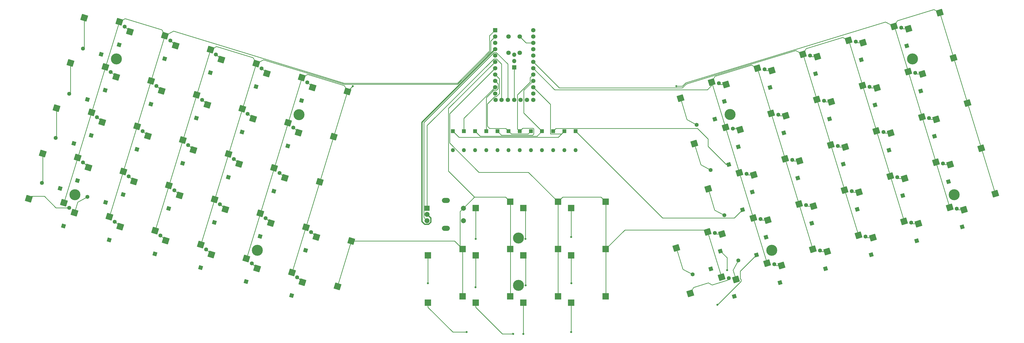
<source format=gbl>
G04 #@! TF.GenerationSoftware,KiCad,Pcbnew,8.0.6*
G04 #@! TF.CreationDate,2024-10-28T13:20:39+01:00*
G04 #@! TF.ProjectId,pteranodon,70746572-616e-46f6-946f-6e2e6b696361,rev?*
G04 #@! TF.SameCoordinates,Original*
G04 #@! TF.FileFunction,Copper,L2,Bot*
G04 #@! TF.FilePolarity,Positive*
%FSLAX46Y46*%
G04 Gerber Fmt 4.6, Leading zero omitted, Abs format (unit mm)*
G04 Created by KiCad (PCBNEW 8.0.6) date 2024-10-28 13:20:39*
%MOMM*%
%LPD*%
G01*
G04 APERTURE LIST*
G04 Aperture macros list*
%AMHorizOval*
0 Thick line with rounded ends*
0 $1 width*
0 $2 $3 position (X,Y) of the first rounded end (center of the circle)*
0 $4 $5 position (X,Y) of the second rounded end (center of the circle)*
0 Add line between two ends*
20,1,$1,$2,$3,$4,$5,0*
0 Add two circle primitives to create the rounded ends*
1,1,$1,$2,$3*
1,1,$1,$4,$5*%
%AMRotRect*
0 Rectangle, with rotation*
0 The origin of the aperture is its center*
0 $1 length*
0 $2 width*
0 $3 Rotation angle, in degrees counterclockwise*
0 Add horizontal line*
21,1,$1,$2,0,0,$3*%
G04 Aperture macros list end*
G04 #@! TA.AperFunction,ComponentPad*
%ADD10R,1.600000X1.600000*%
G04 #@! TD*
G04 #@! TA.AperFunction,ComponentPad*
%ADD11O,1.600000X1.600000*%
G04 #@! TD*
G04 #@! TA.AperFunction,ComponentPad*
%ADD12RotRect,1.600000X1.600000X73.000000*%
G04 #@! TD*
G04 #@! TA.AperFunction,ComponentPad*
%ADD13HorizOval,1.600000X0.000000X0.000000X0.000000X0.000000X0*%
G04 #@! TD*
G04 #@! TA.AperFunction,ComponentPad*
%ADD14RotRect,1.600000X1.600000X197.000000*%
G04 #@! TD*
G04 #@! TA.AperFunction,ComponentPad*
%ADD15HorizOval,1.600000X0.000000X0.000000X0.000000X0.000000X0*%
G04 #@! TD*
G04 #@! TA.AperFunction,ComponentPad*
%ADD16RotRect,1.600000X1.600000X107.000000*%
G04 #@! TD*
G04 #@! TA.AperFunction,ComponentPad*
%ADD17HorizOval,1.600000X0.000000X0.000000X0.000000X0.000000X0*%
G04 #@! TD*
G04 #@! TA.AperFunction,ComponentPad*
%ADD18RotRect,1.600000X1.600000X163.000000*%
G04 #@! TD*
G04 #@! TA.AperFunction,ComponentPad*
%ADD19HorizOval,1.600000X0.000000X0.000000X0.000000X0.000000X0*%
G04 #@! TD*
G04 #@! TA.AperFunction,WasherPad*
%ADD20O,3.200000X2.000000*%
G04 #@! TD*
G04 #@! TA.AperFunction,ComponentPad*
%ADD21R,2.000000X2.000000*%
G04 #@! TD*
G04 #@! TA.AperFunction,ComponentPad*
%ADD22C,2.000000*%
G04 #@! TD*
G04 #@! TA.AperFunction,ComponentPad*
%ADD23R,1.752600X1.752600*%
G04 #@! TD*
G04 #@! TA.AperFunction,ComponentPad*
%ADD24C,1.752600*%
G04 #@! TD*
G04 #@! TA.AperFunction,SMDPad,CuDef*
%ADD25R,2.550000X2.500000*%
G04 #@! TD*
G04 #@! TA.AperFunction,SMDPad,CuDef*
%ADD26RotRect,2.550000X2.500000X17.000000*%
G04 #@! TD*
G04 #@! TA.AperFunction,SMDPad,CuDef*
%ADD27RotRect,2.550000X2.500000X343.000000*%
G04 #@! TD*
G04 #@! TA.AperFunction,ComponentPad*
%ADD28C,4.400000*%
G04 #@! TD*
G04 #@! TA.AperFunction,ComponentPad*
%ADD29R,1.700000X1.700000*%
G04 #@! TD*
G04 #@! TA.AperFunction,ComponentPad*
%ADD30O,1.700000X1.700000*%
G04 #@! TD*
G04 #@! TA.AperFunction,ComponentPad*
%ADD31C,1.800000*%
G04 #@! TD*
G04 #@! TA.AperFunction,ViaPad*
%ADD32C,0.800000*%
G04 #@! TD*
G04 #@! TA.AperFunction,Conductor*
%ADD33C,0.250000*%
G04 #@! TD*
G04 #@! TA.AperFunction,Conductor*
%ADD34C,0.508000*%
G04 #@! TD*
G04 APERTURE END LIST*
D10*
X234071897Y-137049778D03*
D11*
X234071897Y-144669778D03*
D12*
X69703701Y-108032481D03*
D13*
X71931573Y-100745439D03*
D10*
X211753713Y-137049778D03*
D11*
X211753713Y-144669778D03*
D12*
X124494226Y-124783623D03*
D13*
X126722098Y-117496581D03*
D12*
X120489315Y-202916747D03*
D13*
X122717187Y-195629705D03*
D14*
X295395408Y-150375921D03*
D15*
X288108366Y-152603793D03*
D16*
X310308740Y-179559623D03*
D17*
X308080868Y-172272581D03*
D12*
X29252105Y-175022733D03*
D13*
X31479977Y-167735691D03*
D12*
X40346150Y-138735747D03*
D13*
X42574022Y-131448705D03*
D16*
X323006481Y-155838145D03*
D17*
X320778609Y-148551103D03*
D12*
X87967208Y-113616194D03*
D13*
X90195080Y-106329152D03*
D16*
X383287797Y-157247684D03*
D17*
X381059925Y-149960642D03*
D10*
X220680985Y-137049778D03*
D11*
X220680985Y-144669778D03*
D12*
X102306137Y-197357591D03*
D13*
X104534009Y-190070549D03*
D16*
X388834819Y-175391177D03*
D17*
X386606947Y-168104135D03*
D16*
X330157203Y-113973179D03*
D17*
X327929331Y-106686137D03*
D12*
X58609657Y-144319464D03*
D13*
X60837529Y-137032422D03*
D18*
X44292385Y-106199067D03*
D19*
X37005343Y-103971195D03*
D16*
X366646732Y-102817210D03*
D17*
X364418860Y-95530168D03*
D16*
X315855763Y-197703114D03*
D17*
X313627891Y-190416072D03*
D16*
X335704226Y-132116671D03*
D17*
X333476354Y-124829629D03*
D10*
X189435533Y-137049778D03*
D11*
X189435533Y-144669778D03*
D16*
X352345291Y-186547147D03*
D17*
X350117419Y-179260105D03*
D16*
X304761719Y-161416131D03*
D17*
X302533847Y-154129089D03*
D16*
X341251248Y-150260163D03*
D17*
X339023376Y-142973121D03*
D16*
X311912438Y-119551163D03*
D17*
X309684566Y-112264121D03*
D10*
X229608257Y-137049778D03*
D11*
X229608257Y-144669778D03*
D10*
X184971897Y-137049779D03*
D11*
X184971897Y-144669779D03*
D16*
X317459461Y-137694655D03*
D17*
X315231589Y-130407613D03*
D12*
X106230719Y-119199909D03*
D13*
X108458591Y-111912867D03*
D16*
X299214695Y-143272640D03*
D17*
X296986823Y-135985598D03*
D16*
X372193755Y-120960702D03*
D17*
X369965883Y-113673660D03*
D18*
X33350740Y-141987577D03*
D19*
X26063698Y-139759705D03*
D18*
X38753769Y-124315065D03*
D19*
X31466727Y-122087193D03*
D16*
X365043034Y-162825670D03*
D17*
X362815162Y-155538628D03*
D12*
X113400181Y-161070606D03*
D13*
X115628053Y-153783564D03*
D16*
X377740775Y-139104192D03*
D17*
X375512903Y-131817150D03*
D16*
X359496011Y-144682179D03*
D17*
X357268139Y-137395137D03*
D12*
X82420186Y-131759685D03*
D13*
X84648058Y-124472643D03*
D16*
X292054603Y-185140472D03*
D17*
X289826731Y-177853430D03*
D14*
X289848386Y-132232429D03*
D15*
X282561344Y-134460301D03*
D16*
X328553503Y-173981638D03*
D17*
X326325631Y-166694596D03*
D12*
X118947205Y-142927115D03*
D13*
X121175077Y-135640073D03*
D16*
X370590057Y-180969161D03*
D17*
X368362185Y-173682119D03*
D16*
X297601624Y-203283964D03*
D17*
X295373752Y-195996922D03*
D12*
X65779120Y-186190163D03*
D13*
X68006992Y-178903121D03*
D10*
X225144621Y-137049779D03*
D11*
X225144621Y-144669779D03*
D12*
X84042629Y-191773875D03*
D13*
X86270501Y-184486833D03*
D12*
X47515614Y-180606445D03*
D13*
X49743486Y-173319403D03*
D12*
X95136671Y-155486892D03*
D13*
X97364543Y-148199850D03*
D18*
X46100114Y-165607201D03*
D19*
X38813072Y-163379329D03*
D10*
X202826441Y-137049779D03*
D11*
X202826441Y-144669779D03*
D12*
X107853157Y-179214099D03*
D13*
X110081029Y-171927057D03*
D10*
X198362805Y-137049778D03*
D11*
X198362805Y-144669778D03*
D16*
X346798268Y-168403655D03*
D17*
X344570396Y-161116613D03*
D12*
X100683695Y-137343400D03*
D13*
X102911567Y-130056358D03*
D16*
X334100527Y-192125132D03*
D17*
X331872655Y-184838090D03*
D12*
X64156679Y-126175971D03*
D13*
X66384551Y-118888929D03*
D10*
X193899169Y-137049778D03*
D11*
X193899169Y-144669778D03*
D12*
X51440194Y-102448763D03*
D13*
X53668066Y-95161721D03*
D14*
X300942431Y-168519413D03*
D15*
X293655389Y-170747285D03*
D12*
X53062635Y-162462953D03*
D13*
X55290507Y-155175911D03*
D18*
X27836609Y-160023485D03*
D19*
X20549567Y-157795613D03*
D10*
X207290077Y-137049778D03*
D11*
X207290077Y-144669778D03*
D16*
X353948989Y-126538687D03*
D17*
X351721117Y-119251645D03*
D12*
X89589651Y-173630383D03*
D13*
X91817523Y-166343341D03*
D12*
X126036339Y-184773254D03*
D13*
X128264211Y-177486212D03*
D16*
X348401966Y-108395195D03*
D17*
X346174094Y-101108153D03*
D14*
X306489453Y-186662905D03*
D15*
X299202411Y-188890777D03*
D10*
X216217349Y-137049778D03*
D11*
X216217349Y-144669778D03*
D12*
X34799125Y-156879240D03*
D13*
X37026997Y-149592198D03*
D12*
X45893172Y-120592255D03*
D13*
X48121044Y-113305213D03*
D14*
X288225943Y-192246617D03*
D15*
X280938901Y-194474489D03*
D16*
X293667673Y-125129149D03*
D17*
X291439801Y-117842107D03*
D12*
X76873165Y-149903177D03*
D13*
X79101037Y-142616135D03*
D12*
X71326142Y-168046669D03*
D13*
X73554014Y-160759627D03*
D20*
X182201522Y-176017278D03*
X182201522Y-164817278D03*
D21*
X174701522Y-167917278D03*
D22*
X174701522Y-172917278D03*
X174701522Y-170417278D03*
X189201522Y-172917278D03*
X189201522Y-167917278D03*
D23*
X201899118Y-96559778D03*
D24*
X201899118Y-99099778D03*
X201899118Y-101639778D03*
X201899118Y-104179778D03*
X201899118Y-106719778D03*
X201899118Y-109259778D03*
X201899118Y-111799778D03*
X201899118Y-114339778D03*
X201899118Y-116879778D03*
X201899118Y-119419778D03*
X201899118Y-121959778D03*
X217139118Y-124499778D03*
X217139118Y-121959778D03*
X217139118Y-119419778D03*
X217139118Y-116879778D03*
X217139118Y-114339778D03*
X217139118Y-111799778D03*
X217139118Y-109259778D03*
X217139118Y-106719778D03*
X217139118Y-104179778D03*
X217139118Y-101639778D03*
X217139118Y-99099778D03*
X202127718Y-124499778D03*
X217139118Y-96559778D03*
X214599118Y-124499778D03*
X212059118Y-124499778D03*
X209519118Y-124499778D03*
X206979118Y-124499778D03*
X204439118Y-124499778D03*
D25*
X246170521Y-165337278D03*
X232320521Y-167877278D03*
X246170522Y-203282278D03*
X232320522Y-205822278D03*
D26*
X292493099Y-195549600D03*
X279990902Y-202027962D03*
D27*
X119037043Y-133658381D03*
X105049598Y-132038047D03*
D26*
X323473092Y-166238679D03*
X310970895Y-172717041D03*
D27*
X95226514Y-146218159D03*
X81239069Y-144597825D03*
X142847575Y-121098607D03*
X128860130Y-119478273D03*
D26*
X286946075Y-177406108D03*
X274443878Y-183884470D03*
D27*
X113490021Y-151801873D03*
X99502576Y-150181539D03*
X53152472Y-153194222D03*
X39165027Y-151573888D03*
D26*
X312379049Y-129951695D03*
X299876852Y-136430057D03*
X305209585Y-171822392D03*
X292707388Y-178300754D03*
D27*
X88057049Y-104347460D03*
X74069604Y-102727126D03*
X34888966Y-147610506D03*
X20901521Y-145990172D03*
D26*
X361547576Y-95079980D03*
X349045379Y-101558342D03*
X310756607Y-189965883D03*
X298254410Y-196444245D03*
X396433407Y-143932472D03*
X383931210Y-150410834D03*
D25*
X227072523Y-203282278D03*
X213222523Y-205822278D03*
D27*
X40435988Y-129467015D03*
X26448543Y-127846681D03*
D25*
X207974522Y-184309778D03*
X194124522Y-186849778D03*
D26*
X325058046Y-106235949D03*
X312555849Y-112714311D03*
D27*
X124584066Y-115514890D03*
X110596621Y-113894556D03*
D26*
X317926071Y-148095186D03*
X305423874Y-154573548D03*
D27*
X45983009Y-111323523D03*
X31995564Y-109703189D03*
X138829274Y-199227636D03*
X124841829Y-197607302D03*
D26*
X401980428Y-162075963D03*
X389478231Y-168554325D03*
D27*
X131753528Y-157385588D03*
X117766083Y-155765254D03*
X58699496Y-135050730D03*
X44712051Y-133430396D03*
D26*
X299662563Y-153678900D03*
X287160366Y-160157262D03*
D27*
X65868960Y-176921430D03*
X51881515Y-175301096D03*
D26*
X360000107Y-155071248D03*
X347497910Y-161549610D03*
X379792340Y-89501996D03*
X367290143Y-95980358D03*
X330642557Y-124367979D03*
X318140360Y-130846341D03*
D27*
X107943000Y-169945367D03*
X93955555Y-168325033D03*
D25*
X227072521Y-165337278D03*
X213222521Y-167877278D03*
D27*
X100773535Y-128074669D03*
X86786090Y-126454335D03*
X126206508Y-175529080D03*
X112219063Y-173908746D03*
D25*
X246170521Y-184309778D03*
X232320521Y-186849778D03*
D26*
X390886386Y-125788979D03*
X378384189Y-132267341D03*
X343302810Y-100657965D03*
X330800613Y-107136327D03*
X288568517Y-117391917D03*
X276066320Y-123870279D03*
D27*
X82510029Y-122490953D03*
X68522584Y-120870619D03*
D25*
X207974522Y-203282278D03*
X194124522Y-205822278D03*
D26*
X347283623Y-178798456D03*
X334781426Y-185276818D03*
D27*
X29341945Y-165753998D03*
X15354500Y-164133664D03*
D26*
X365547131Y-173214740D03*
X353044934Y-179693102D03*
D27*
X76963007Y-140634444D03*
X62975562Y-139014110D03*
D26*
X367169573Y-113200549D03*
X354667376Y-119678911D03*
D27*
X144376300Y-181084143D03*
X130388855Y-179463809D03*
X47605452Y-171337713D03*
X33618007Y-169717379D03*
X120659486Y-193672572D03*
X106672041Y-192052238D03*
D26*
X306813282Y-111813932D03*
X294311085Y-118292294D03*
D27*
X84132471Y-182505143D03*
X70145026Y-180884809D03*
X102395978Y-188088859D03*
X88408533Y-186468525D03*
D25*
X227072521Y-184309778D03*
X213222521Y-186849778D03*
X188876522Y-203282278D03*
X175026522Y-205822278D03*
D26*
X378263618Y-149487533D03*
X365761421Y-155965895D03*
X383810640Y-167631024D03*
X371308443Y-174109386D03*
X329020113Y-184382171D03*
X316517916Y-190860533D03*
D25*
X207974522Y-165337278D03*
X194124522Y-167877278D03*
X188876522Y-184309779D03*
X175026522Y-186849779D03*
D26*
X372716593Y-131344040D03*
X360214396Y-137822402D03*
D27*
X89679493Y-164361652D03*
X75692048Y-162741318D03*
X51530033Y-93180032D03*
X37542588Y-91559698D03*
D26*
X348906064Y-118784264D03*
X336403867Y-125262626D03*
D27*
X69793543Y-98763746D03*
X55806098Y-97143412D03*
D26*
X354453086Y-136927755D03*
X341950889Y-143406117D03*
D27*
X64246521Y-116907238D03*
X50259076Y-115286904D03*
D26*
X385339364Y-107645487D03*
X372837167Y-114123849D03*
X341736599Y-160654963D03*
X329234402Y-167133325D03*
D27*
X137300553Y-139242099D03*
X123313108Y-137621765D03*
X106320558Y-109931177D03*
X92333113Y-108310843D03*
D26*
X294115539Y-135535409D03*
X281613342Y-142013771D03*
D27*
X71415983Y-158777936D03*
X57428538Y-157157602D03*
D26*
X336189578Y-142511472D03*
X323687381Y-148989834D03*
D28*
X211233521Y-198876028D03*
X211233521Y-179903528D03*
X123441904Y-130397503D03*
X50387870Y-108062644D03*
X33746803Y-162493119D03*
X106800838Y-184827978D03*
X368913559Y-108059780D03*
X295934502Y-130371717D03*
D29*
X209519118Y-111484778D03*
D30*
X209519118Y-108944778D03*
X209519118Y-106404778D03*
D31*
X211769118Y-99109779D03*
X207269118Y-105609779D03*
X207269118Y-99109779D03*
X211769118Y-105609779D03*
D28*
X385554626Y-162490255D03*
X312575568Y-184802193D03*
D32*
X214130000Y-198830000D03*
X214020000Y-180210000D03*
X144949522Y-119007675D03*
X274424522Y-118984778D03*
X194134522Y-180199778D03*
X232314522Y-179464778D03*
X175024522Y-197989778D03*
X194094522Y-199569779D03*
X232444522Y-198009779D03*
X190499522Y-217559779D03*
X209099521Y-218284778D03*
X213184522Y-218279778D03*
X232294522Y-217559778D03*
X294699521Y-192759779D03*
X290849522Y-206609778D03*
D33*
X214130000Y-187757257D02*
X214130000Y-198830000D01*
X213222521Y-186849778D02*
X214130000Y-187757257D01*
X214020000Y-168674757D02*
X214020000Y-180210000D01*
X213222521Y-167877278D02*
X214020000Y-168674757D01*
X29361800Y-165743442D02*
X29341944Y-165753998D01*
X51530035Y-93180031D02*
X53871303Y-91935157D01*
X53871303Y-91935157D02*
X68548667Y-96422478D01*
X201899117Y-96735182D02*
X201899117Y-96559779D01*
X69793543Y-98763747D02*
X73258618Y-96921333D01*
X69793543Y-98763747D02*
X69804097Y-98783599D01*
X131306690Y-114668409D02*
X141510463Y-117788017D01*
X141510463Y-117788017D02*
X186835654Y-117788017D01*
X47625308Y-171327157D02*
X47605451Y-171337714D01*
X51530035Y-93180031D02*
X51540591Y-93199884D01*
X68548667Y-96422478D02*
X69793543Y-98763747D01*
X51540591Y-93199884D02*
X29361800Y-165743442D01*
X73258618Y-96921333D02*
X131306690Y-114668409D01*
X186835654Y-117788017D02*
X199674521Y-104949149D01*
X199674522Y-98784374D02*
X201899117Y-96559779D01*
X199674521Y-104949149D02*
X199674522Y-98784374D01*
X69804097Y-98783599D02*
X47625308Y-171327157D01*
X133489382Y-115806285D02*
X141589283Y-118282675D01*
X88057049Y-104347461D02*
X88067606Y-104367315D01*
X200124522Y-105135544D02*
X200124522Y-100874375D01*
X88067606Y-104367315D02*
X65888814Y-176910871D01*
X105075683Y-107589907D02*
X106320557Y-109931178D01*
X84152322Y-182494588D02*
X84132471Y-182505145D01*
X186977391Y-118282676D02*
X200124522Y-105135544D01*
X65888814Y-176910871D02*
X65868960Y-176921429D01*
X88057049Y-104347461D02*
X90398317Y-103102587D01*
X200124522Y-100874375D02*
X201899118Y-99099779D01*
X90398317Y-103102587D02*
X105075683Y-107589907D01*
X109223731Y-108387531D02*
X133489382Y-115806285D01*
X106320557Y-109931178D02*
X109223731Y-108387531D01*
X106331115Y-109951032D02*
X84152322Y-182494588D01*
X141589283Y-118282675D02*
X186977391Y-118282676D01*
X106320557Y-109931178D02*
X106331115Y-109951032D01*
X142858132Y-121118460D02*
X120679340Y-193662016D01*
X143758745Y-122009778D02*
X142847575Y-121098607D01*
X124594622Y-115534745D02*
X102415831Y-188078303D01*
X141602701Y-118757338D02*
X142847576Y-121098608D01*
X144938506Y-119007675D02*
X144949522Y-119007675D01*
X126925333Y-114270016D02*
X141602701Y-118757338D01*
X124584065Y-115514889D02*
X124594622Y-115534745D01*
X142847575Y-121098607D02*
X144938506Y-119007675D01*
X142847576Y-121098608D02*
X142858132Y-121118460D01*
X120679340Y-193662016D02*
X120659486Y-193672572D01*
X124584065Y-115514889D02*
X126925333Y-114270016D01*
X102415831Y-188078303D02*
X102395977Y-188088858D01*
X189201522Y-167917278D02*
X187876522Y-169242278D01*
X193656522Y-163462278D02*
X193844522Y-163462279D01*
X207990422Y-203266379D02*
X207974522Y-203282278D01*
X187876522Y-183309778D02*
X188876522Y-184309778D01*
X138849132Y-199217078D02*
X138829276Y-199227635D01*
X183249521Y-153055279D02*
X183249521Y-127909374D01*
X144386856Y-181103998D02*
X138849132Y-199217078D01*
X188892421Y-184325678D02*
X188892422Y-203266378D01*
X183249521Y-127909374D02*
X201899118Y-109259778D01*
X207990422Y-165353179D02*
X207990422Y-203266379D01*
X193656522Y-163462278D02*
X183249521Y-153055279D01*
X189201522Y-167917278D02*
X193656522Y-163462278D01*
X193844522Y-163462279D02*
X206099522Y-163462278D01*
X206099522Y-163462278D02*
X207974521Y-165337278D01*
X185650887Y-181084143D02*
X188876522Y-184309778D01*
X144376300Y-181084145D02*
X144386856Y-181103998D01*
X188876522Y-184309778D02*
X188892421Y-184325678D01*
X207974521Y-165337278D02*
X207990422Y-165353179D01*
X188892422Y-203266378D02*
X188876522Y-203282278D01*
X144376300Y-181084145D02*
X185650887Y-181084143D01*
X187876522Y-169242278D02*
X187876522Y-183309778D01*
X246186421Y-203266378D02*
X246170521Y-203282279D01*
X227072522Y-165337278D02*
X227088422Y-165353178D01*
X286946075Y-177406107D02*
X286965928Y-177416665D01*
X215245021Y-153509778D02*
X227072522Y-165337278D01*
X286167470Y-176627504D02*
X286946076Y-177406108D01*
X195402888Y-153509779D02*
X215245021Y-153509778D01*
X246186422Y-165353178D02*
X246186421Y-203266378D01*
X227072522Y-165337278D02*
X228947522Y-163462279D01*
X227088422Y-203266378D02*
X227072522Y-203282278D01*
X227088422Y-165353178D02*
X227088422Y-203266378D01*
X183699521Y-129999374D02*
X183699522Y-141806412D01*
X201899118Y-111799779D02*
X183699521Y-129999374D01*
X244295521Y-163462278D02*
X246170522Y-165337279D01*
X246170522Y-165337279D02*
X246186422Y-165353178D01*
X286965928Y-177416665D02*
X292503653Y-195529746D01*
X292503653Y-195529746D02*
X292493099Y-195549599D01*
X246170522Y-184309779D02*
X253852798Y-176627502D01*
X253852798Y-176627502D02*
X286167470Y-176627504D01*
X183699522Y-141806412D02*
X195402888Y-153509779D01*
X228947522Y-163462279D02*
X244295521Y-163462278D01*
X288568516Y-117391917D02*
X288588370Y-117402474D01*
X306813281Y-111813931D02*
X304472014Y-110569057D01*
X329030671Y-184362314D02*
X329020113Y-184382170D01*
X225749118Y-120409778D02*
X217139118Y-111799778D01*
X288568516Y-117391917D02*
X288568517Y-118699032D01*
X306813281Y-111813931D02*
X306857610Y-111837501D01*
X286857770Y-120409779D02*
X225749118Y-120409778D01*
X304472014Y-110569057D02*
X289813391Y-115050647D01*
X288568517Y-118699032D02*
X286857770Y-120409779D01*
X289813391Y-115050647D02*
X288568516Y-117391917D01*
X306857610Y-111837501D02*
X329030671Y-184362314D01*
X288588370Y-117402474D02*
X310767162Y-189946031D01*
X310767162Y-189946031D02*
X310756606Y-189965885D01*
X322154872Y-104692304D02*
X295744198Y-112766857D01*
X227589118Y-119709778D02*
X217139118Y-109259778D01*
X326302921Y-103894680D02*
X325058045Y-106235948D01*
X343396088Y-100707560D02*
X365557688Y-173194886D01*
X340961542Y-99413090D02*
X326302921Y-103894680D01*
X343302811Y-100657964D02*
X343396088Y-100707560D01*
X278457311Y-118051988D02*
X276799522Y-119709779D01*
X325058046Y-106235948D02*
X322154872Y-104692304D01*
X325126850Y-106272531D02*
X347294178Y-178778600D01*
X295744195Y-112766858D02*
X289512100Y-114672200D01*
X325058045Y-106235948D02*
X325126850Y-106272531D01*
X276799522Y-119709779D02*
X227589118Y-119709778D01*
X347294178Y-178778600D02*
X347283621Y-178798456D01*
X289512098Y-114672201D02*
X278457311Y-118051988D01*
X343302811Y-100657964D02*
X340961542Y-99413090D01*
X289512100Y-114672200D02*
X289512098Y-114672201D01*
X295744198Y-112766857D02*
X295744195Y-112766858D01*
X365557688Y-173194886D02*
X365547130Y-173214741D01*
X401990986Y-162056109D02*
X401980429Y-162075963D01*
X274424522Y-118984778D02*
X276888126Y-118984778D01*
X383821196Y-167611170D02*
X383810638Y-167631024D01*
X361665327Y-95142587D02*
X383821196Y-167611170D01*
X276888126Y-118971637D02*
X278199521Y-117660241D01*
X377451072Y-88257119D02*
X362792450Y-92738711D01*
X276888126Y-118984778D02*
X276888126Y-118971637D01*
X310712682Y-107719971D02*
X278199521Y-117660241D01*
X379792339Y-89501995D02*
X377451072Y-88257119D01*
X362792450Y-92738711D02*
X361547575Y-95079978D01*
X361547575Y-95079978D02*
X361665327Y-95142587D01*
X379812193Y-89512550D02*
X401990986Y-162056109D01*
X379792339Y-89501995D02*
X379812193Y-89512550D01*
X358082499Y-93237565D02*
X310712682Y-107719971D01*
X361547576Y-95079978D02*
X358082499Y-93237565D01*
X268894404Y-171872286D02*
X297589559Y-171872286D01*
X189435533Y-131883363D02*
X201899117Y-119419778D01*
X234071897Y-137049778D02*
X268894404Y-171872286D01*
X189435533Y-137049778D02*
X189435533Y-131883363D01*
X297589559Y-171872286D02*
X300942431Y-168519413D01*
X174701522Y-167917278D02*
X174701522Y-134758480D01*
X174701522Y-134758480D02*
X201401523Y-108058478D01*
X204439118Y-110074374D02*
X204439118Y-124499779D01*
X201401523Y-108058478D02*
X202423222Y-108058478D01*
X202423222Y-108058478D02*
X204439118Y-110074374D01*
X202396713Y-105518478D02*
X206979118Y-110100883D01*
X201401523Y-105518478D02*
X202396713Y-105518478D01*
X173376522Y-133543479D02*
X201401523Y-105518478D01*
X174701522Y-172917279D02*
X173376521Y-171592278D01*
X173376521Y-171592278D02*
X173376522Y-133543479D01*
X206979118Y-110100883D02*
X206979118Y-124499779D01*
X297134261Y-192780403D02*
X299202410Y-188890777D01*
X298254410Y-196444245D02*
X297134261Y-192780403D01*
X209519118Y-111484778D02*
X209519118Y-124499779D01*
D34*
X176155522Y-173519545D02*
X175303789Y-174371278D01*
X173711021Y-174371279D02*
X172599522Y-173259779D01*
X176155522Y-171871278D02*
X176155522Y-173519545D01*
X175303789Y-174371278D02*
X173711021Y-174371279D01*
X172599522Y-133479374D02*
X201899118Y-104179778D01*
X172599522Y-173259779D02*
X172599522Y-133479374D01*
X174701522Y-170417279D02*
X176155522Y-171871278D01*
D33*
X215937818Y-115541078D02*
X215937817Y-117377373D01*
X215937817Y-117377373D02*
X210857818Y-122457373D01*
X216892349Y-138624778D02*
X217349522Y-138167605D01*
X212968713Y-135834778D02*
X211753713Y-137049778D01*
X217349522Y-138167605D02*
X217349522Y-136059778D01*
X204401441Y-138624779D02*
X216892349Y-138624778D01*
X217139118Y-114339778D02*
X215937818Y-115541078D01*
X202826441Y-137049779D02*
X204401441Y-138624779D01*
X217124522Y-135834778D02*
X212968713Y-135834778D01*
X217349522Y-136059778D02*
X217124522Y-135834778D01*
X210857818Y-122457373D02*
X210857817Y-136153883D01*
X210857817Y-136153883D02*
X211753713Y-137049778D01*
X207290077Y-137049778D02*
X206165077Y-135924778D01*
X198812805Y-135048061D02*
X198812805Y-126115797D01*
X206165077Y-135924778D02*
X199689522Y-135924778D01*
X203599522Y-121958269D02*
X203599522Y-116040183D01*
X199689522Y-135924778D02*
X198812805Y-135048061D01*
X216217349Y-137049778D02*
X215092349Y-138174778D01*
X202396713Y-123161078D02*
X203599522Y-121958269D01*
X201767523Y-123161079D02*
X202396713Y-123161078D01*
X208415077Y-138174778D02*
X207290077Y-137049778D01*
X198812805Y-126115797D02*
X201767523Y-123161079D01*
X203599522Y-116040183D02*
X201899118Y-114339779D01*
X215092349Y-138174778D02*
X208415077Y-138174778D01*
X365761420Y-155965897D02*
X363242428Y-155965897D01*
X363242428Y-155965897D02*
X362815162Y-155538631D01*
X201334214Y-120621079D02*
X202438222Y-120621078D01*
X203100418Y-118081078D02*
X201899117Y-116879778D01*
X225144621Y-137049779D02*
X226269621Y-135924778D01*
X282858537Y-135924778D02*
X287124522Y-140190764D01*
X287124521Y-143121477D02*
X294378965Y-150375921D01*
X287124522Y-140190764D02*
X287124521Y-143121477D01*
X198362805Y-123592487D02*
X201334214Y-120621079D01*
X202438222Y-120621078D02*
X203100417Y-119958883D01*
X226269621Y-135924778D02*
X282858537Y-135924778D01*
X203100417Y-119958883D02*
X203100418Y-118081078D01*
X294378965Y-150375921D02*
X295395408Y-150375921D01*
X198362805Y-137049778D02*
X198362805Y-123592487D01*
X187446897Y-139524778D02*
X227133257Y-139524780D01*
X224019621Y-126300281D02*
X217139118Y-119419778D01*
X229608257Y-137049778D02*
X228483257Y-138174778D01*
X184971897Y-137049779D02*
X187446897Y-139524778D01*
X224019621Y-138174778D02*
X224019621Y-126300281D01*
X228483257Y-138174778D02*
X224019621Y-138174778D01*
X227133257Y-139524780D02*
X229608257Y-137049778D01*
X37542590Y-103433949D02*
X37005343Y-103971194D01*
X37542590Y-91559697D02*
X37542590Y-103433949D01*
X55806098Y-97143411D02*
X53824406Y-95161723D01*
X53824406Y-95161723D02*
X53668064Y-95161723D01*
X74069605Y-102727128D02*
X72087915Y-100745437D01*
X72087915Y-100745437D02*
X71931572Y-100745437D01*
X90351422Y-106329152D02*
X90195081Y-106329150D01*
X92333112Y-108310841D02*
X90351422Y-106329152D01*
X110596621Y-113894556D02*
X108614930Y-111912868D01*
X108614930Y-111912868D02*
X108458591Y-111912867D01*
X126878438Y-117496581D02*
X126722099Y-117496581D01*
X128860130Y-119478273D02*
X126878438Y-117496581D01*
X194124522Y-180189779D02*
X194134522Y-180199778D01*
X194124521Y-167877278D02*
X194124522Y-180189779D01*
X232320522Y-167877278D02*
X232320522Y-179458778D01*
X232320522Y-179458778D02*
X232314522Y-179464778D01*
X278671717Y-132392150D02*
X282561345Y-134460302D01*
X276066319Y-123870280D02*
X278671717Y-132392150D01*
X291889989Y-118292293D02*
X291439802Y-117842106D01*
X294311086Y-118292293D02*
X291889989Y-118292293D01*
X312555850Y-112714310D02*
X310134755Y-112714310D01*
X310134755Y-112714310D02*
X309684566Y-112264121D01*
X330800613Y-107136327D02*
X328379521Y-107136326D01*
X328379521Y-107136326D02*
X327929330Y-106686137D01*
X346624283Y-101558340D02*
X346174096Y-101108153D01*
X349045380Y-101558340D02*
X346624283Y-101558340D01*
X364869048Y-95980357D02*
X364418860Y-95530168D01*
X367290143Y-95980357D02*
X364869048Y-95980357D01*
X31995566Y-121558357D02*
X31466728Y-122087197D01*
X31995565Y-109703188D02*
X31995566Y-121558357D01*
X48277385Y-113305215D02*
X48121043Y-113305215D01*
X50259076Y-115286903D02*
X48277385Y-113305215D01*
X66540893Y-118888927D02*
X66384550Y-118888929D01*
X68522584Y-120870619D02*
X66540893Y-118888927D01*
X86786091Y-126454335D02*
X84804399Y-124472644D01*
X84804399Y-124472644D02*
X84648058Y-124472642D01*
X105049599Y-132038047D02*
X103067909Y-130056359D01*
X103067909Y-130056359D02*
X102911567Y-130056359D01*
X123313108Y-137621763D02*
X121331417Y-135640074D01*
X121331417Y-135640074D02*
X121175077Y-135640073D01*
X175026522Y-197987779D02*
X175024522Y-197989778D01*
X175026522Y-186849778D02*
X175026522Y-197987779D01*
X194094522Y-199569779D02*
X194124522Y-199539779D01*
X194124522Y-199539779D02*
X194124522Y-186849778D01*
X232320521Y-197885778D02*
X232444522Y-198009779D01*
X232320522Y-186849779D02*
X232320521Y-197885778D01*
X281613343Y-142013771D02*
X284218739Y-150535641D01*
X284218739Y-150535641D02*
X288108367Y-152603793D01*
X299432394Y-135985598D02*
X299876851Y-136430056D01*
X296986823Y-135985597D02*
X299432394Y-135985598D01*
X315670316Y-130846341D02*
X315231589Y-130407613D01*
X318140360Y-130846341D02*
X315670316Y-130846341D01*
X336403868Y-125262626D02*
X333909349Y-125262625D01*
X333909349Y-125262625D02*
X333476354Y-124829629D01*
X354667374Y-119678911D02*
X352148384Y-119678913D01*
X352148384Y-119678913D02*
X351721117Y-119251644D01*
X372837166Y-114123849D02*
X370416070Y-114123849D01*
X370416070Y-114123849D02*
X369965883Y-113673660D01*
X26448544Y-139374862D02*
X26063697Y-139759707D01*
X26448542Y-127846681D02*
X26448544Y-139374862D01*
X44712051Y-133430397D02*
X42730362Y-131448706D01*
X42730362Y-131448706D02*
X42574022Y-131448706D01*
X60993871Y-137032419D02*
X60837528Y-137032420D01*
X62975562Y-139014111D02*
X60993871Y-137032419D01*
X383931211Y-150410833D02*
X381510114Y-150410833D01*
X381510114Y-150410833D02*
X381059927Y-149960644D01*
X97520886Y-148199851D02*
X97364543Y-148199851D01*
X99502576Y-150181540D02*
X97520886Y-148199851D01*
X117766085Y-155765256D02*
X115784395Y-153783566D01*
X115784395Y-153783566D02*
X115628055Y-153783565D01*
X175026521Y-207615962D02*
X175026522Y-205822278D01*
X190499522Y-217559779D02*
X184970337Y-217559778D01*
X184970337Y-217559778D02*
X175026521Y-207615962D01*
X194124522Y-207615962D02*
X204793338Y-218284778D01*
X209099521Y-218284778D02*
X208824522Y-218009778D01*
X204793338Y-218284778D02*
X209099521Y-218284778D01*
X194124522Y-205822278D02*
X194124522Y-207615962D01*
X213222522Y-218241778D02*
X213222522Y-205822278D01*
X213184522Y-218279778D02*
X213222522Y-218241778D01*
X232320522Y-217533778D02*
X232320521Y-205822279D01*
X232294522Y-217559778D02*
X232320522Y-217533778D01*
X305423874Y-154573548D02*
X302978304Y-154573548D01*
X302978304Y-154573548D02*
X302533847Y-154129091D01*
X321217339Y-148989833D02*
X320778611Y-148551105D01*
X323687382Y-148989834D02*
X321217339Y-148989833D01*
X341950889Y-143406117D02*
X339456372Y-143406118D01*
X339456372Y-143406118D02*
X339023375Y-142973121D01*
X360214397Y-137822403D02*
X357695405Y-137822403D01*
X357695405Y-137822403D02*
X357268139Y-137395137D01*
X378384189Y-132267341D02*
X375963094Y-132267341D01*
X375963094Y-132267341D02*
X375512905Y-131817153D01*
X20901522Y-145990173D02*
X20901521Y-157443659D01*
X20901521Y-157443659D02*
X20549567Y-157795613D01*
X39165029Y-151573890D02*
X37183340Y-149592198D01*
X37183340Y-149592198D02*
X37026999Y-149592199D01*
X55446848Y-155175913D02*
X55290508Y-155175913D01*
X57428537Y-157157604D02*
X55446848Y-155175913D01*
X75692048Y-162741318D02*
X73710357Y-160759626D01*
X73710357Y-160759626D02*
X73554013Y-160759627D01*
X93955555Y-168325032D02*
X91973864Y-166343343D01*
X91973864Y-166343343D02*
X91817522Y-166343343D01*
X112219061Y-173908747D02*
X110237373Y-171927058D01*
X110237373Y-171927058D02*
X110081030Y-171927057D01*
X128411257Y-177486212D02*
X128264211Y-177486214D01*
X130388855Y-179463809D02*
X128411257Y-177486212D01*
X274443878Y-183884470D02*
X277049276Y-192406339D01*
X277049276Y-192406339D02*
X280938903Y-194474491D01*
X290274056Y-178300755D02*
X289826732Y-177853431D01*
X292707387Y-178300754D02*
X290274056Y-178300755D01*
X310970896Y-172717040D02*
X308525325Y-172717040D01*
X308525325Y-172717040D02*
X308080869Y-172272583D01*
X329234402Y-167133326D02*
X326764361Y-167133325D01*
X326764361Y-167133325D02*
X326325633Y-166694598D01*
X345003395Y-161549610D02*
X344570397Y-161116612D01*
X347497910Y-161549609D02*
X345003395Y-161549610D01*
X289765762Y-168679135D02*
X293655389Y-170747285D01*
X287160366Y-160157262D02*
X289765762Y-168679135D01*
X294699522Y-187785392D02*
X294699521Y-192759779D01*
X292054603Y-185140472D02*
X294699522Y-187785392D01*
X16355560Y-163132605D02*
X21579152Y-163132604D01*
X15354500Y-164133665D02*
X16355560Y-163132605D01*
X26182237Y-167735689D02*
X31479978Y-167735689D01*
X21579152Y-163132604D02*
X26182237Y-167735689D01*
X34923448Y-165447478D02*
X38813073Y-163379327D01*
X33618008Y-169717380D02*
X34923448Y-165447478D01*
X49899824Y-173319405D02*
X49743485Y-173319405D01*
X51881514Y-175301095D02*
X49899824Y-173319405D01*
X70145026Y-180884809D02*
X68163335Y-178903120D01*
X68163335Y-178903120D02*
X68006994Y-178903121D01*
X88408533Y-186468524D02*
X86426842Y-184486835D01*
X86426842Y-184486835D02*
X86270500Y-184486835D01*
X104690350Y-190070551D02*
X104534007Y-190070550D01*
X106672041Y-192052239D02*
X104690350Y-190070551D01*
X124841830Y-197607302D02*
X122864232Y-195629704D01*
X122864232Y-195629704D02*
X122717186Y-195629703D01*
X279990901Y-202027962D02*
X281235775Y-199686695D01*
X287201540Y-197862776D02*
X288718245Y-198669223D01*
X281235775Y-199686695D02*
X287201540Y-197862776D01*
X294968986Y-196758179D02*
X295373753Y-195996923D01*
X288718245Y-198669223D02*
X294968986Y-196758179D01*
X195924168Y-139074778D02*
X193899169Y-137049778D01*
X218655985Y-139074778D02*
X195924168Y-139074778D01*
X213397818Y-120621078D02*
X217139117Y-116879778D01*
X213397818Y-129766611D02*
X213397818Y-120621078D01*
X220680985Y-137049778D02*
X218655985Y-139074778D01*
X220680985Y-137049778D02*
X213397818Y-129766611D01*
X81239070Y-144597826D02*
X79257379Y-142616135D01*
X79257379Y-142616135D02*
X79101037Y-142616136D01*
X299965553Y-196124502D02*
X299965553Y-193186806D01*
X290874522Y-206634778D02*
X290849522Y-206609778D01*
X290930857Y-206634778D02*
X300337676Y-197227959D01*
X299965553Y-193186806D02*
X306489453Y-186662905D01*
X300337676Y-197227959D02*
X300337676Y-196496624D01*
X300337676Y-196496624D02*
X299965553Y-196124502D01*
X290930857Y-206634778D02*
X290874522Y-206634778D01*
X314072348Y-190860532D02*
X313627891Y-190416073D01*
X316517916Y-190860533D02*
X314072348Y-190860532D01*
X334781426Y-185276817D02*
X332311383Y-185276816D01*
X332311383Y-185276816D02*
X331872654Y-184838090D01*
X353044934Y-179693102D02*
X350550416Y-179693101D01*
X350550416Y-179693101D02*
X350117418Y-179260104D01*
X371308443Y-174109386D02*
X368789451Y-174109386D01*
X368789451Y-174109386D02*
X368362185Y-173682120D01*
X387057138Y-168554325D02*
X386606947Y-168104136D01*
X389478231Y-168554325D02*
X387057138Y-168554325D01*
X214299118Y-101639778D02*
X217139118Y-101639779D01*
X211769118Y-99109778D02*
X214299118Y-101639778D01*
M02*

</source>
